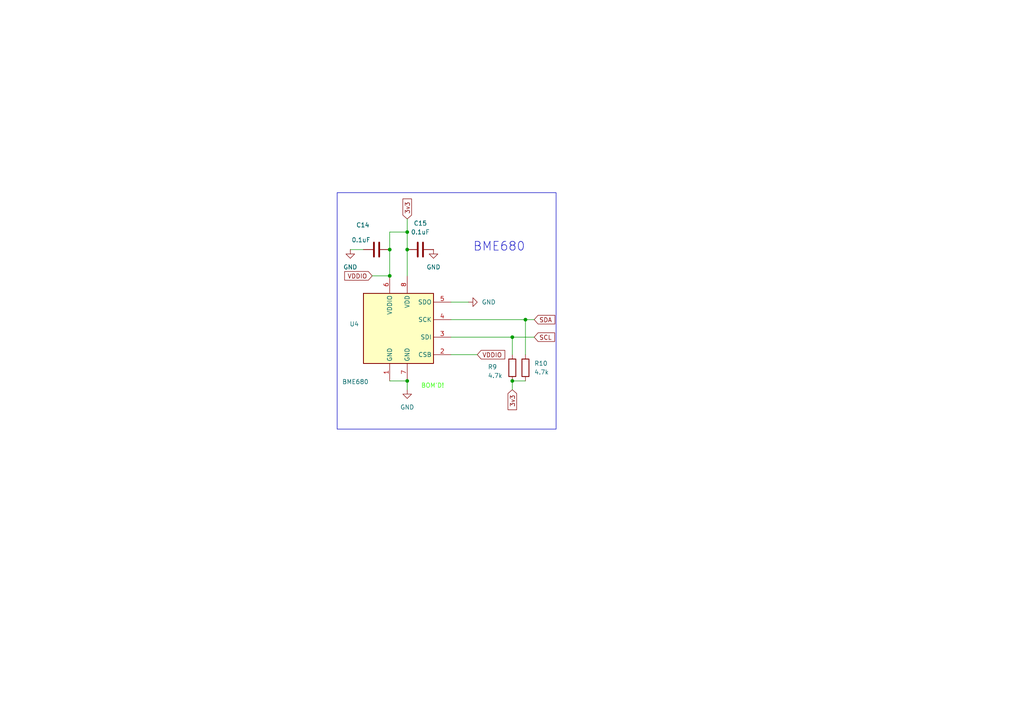
<source format=kicad_sch>
(kicad_sch
	(version 20231120)
	(generator "eeschema")
	(generator_version "8.0")
	(uuid "6daf3e04-91c9-4f03-9055-8dcda6323705")
	(paper "A4")
	(lib_symbols
		(symbol "Device:C"
			(pin_numbers hide)
			(pin_names
				(offset 0.254)
			)
			(exclude_from_sim no)
			(in_bom yes)
			(on_board yes)
			(property "Reference" "C"
				(at 0.635 2.54 0)
				(effects
					(font
						(size 1.27 1.27)
					)
					(justify left)
				)
			)
			(property "Value" "C"
				(at 0.635 -2.54 0)
				(effects
					(font
						(size 1.27 1.27)
					)
					(justify left)
				)
			)
			(property "Footprint" ""
				(at 0.9652 -3.81 0)
				(effects
					(font
						(size 1.27 1.27)
					)
					(hide yes)
				)
			)
			(property "Datasheet" "~"
				(at 0 0 0)
				(effects
					(font
						(size 1.27 1.27)
					)
					(hide yes)
				)
			)
			(property "Description" "Unpolarized capacitor"
				(at 0 0 0)
				(effects
					(font
						(size 1.27 1.27)
					)
					(hide yes)
				)
			)
			(property "ki_keywords" "cap capacitor"
				(at 0 0 0)
				(effects
					(font
						(size 1.27 1.27)
					)
					(hide yes)
				)
			)
			(property "ki_fp_filters" "C_*"
				(at 0 0 0)
				(effects
					(font
						(size 1.27 1.27)
					)
					(hide yes)
				)
			)
			(symbol "C_0_1"
				(polyline
					(pts
						(xy -2.032 -0.762) (xy 2.032 -0.762)
					)
					(stroke
						(width 0.508)
						(type default)
					)
					(fill
						(type none)
					)
				)
				(polyline
					(pts
						(xy -2.032 0.762) (xy 2.032 0.762)
					)
					(stroke
						(width 0.508)
						(type default)
					)
					(fill
						(type none)
					)
				)
			)
			(symbol "C_1_1"
				(pin passive line
					(at 0 3.81 270)
					(length 2.794)
					(name "~"
						(effects
							(font
								(size 1.27 1.27)
							)
						)
					)
					(number "1"
						(effects
							(font
								(size 1.27 1.27)
							)
						)
					)
				)
				(pin passive line
					(at 0 -3.81 90)
					(length 2.794)
					(name "~"
						(effects
							(font
								(size 1.27 1.27)
							)
						)
					)
					(number "2"
						(effects
							(font
								(size 1.27 1.27)
							)
						)
					)
				)
			)
		)
		(symbol "Device:R"
			(pin_numbers hide)
			(pin_names
				(offset 0)
			)
			(exclude_from_sim no)
			(in_bom yes)
			(on_board yes)
			(property "Reference" "R"
				(at 2.032 0 90)
				(effects
					(font
						(size 1.27 1.27)
					)
				)
			)
			(property "Value" "R"
				(at 0 0 90)
				(effects
					(font
						(size 1.27 1.27)
					)
				)
			)
			(property "Footprint" ""
				(at -1.778 0 90)
				(effects
					(font
						(size 1.27 1.27)
					)
					(hide yes)
				)
			)
			(property "Datasheet" "~"
				(at 0 0 0)
				(effects
					(font
						(size 1.27 1.27)
					)
					(hide yes)
				)
			)
			(property "Description" "Resistor"
				(at 0 0 0)
				(effects
					(font
						(size 1.27 1.27)
					)
					(hide yes)
				)
			)
			(property "ki_keywords" "R res resistor"
				(at 0 0 0)
				(effects
					(font
						(size 1.27 1.27)
					)
					(hide yes)
				)
			)
			(property "ki_fp_filters" "R_*"
				(at 0 0 0)
				(effects
					(font
						(size 1.27 1.27)
					)
					(hide yes)
				)
			)
			(symbol "R_0_1"
				(rectangle
					(start -1.016 -2.54)
					(end 1.016 2.54)
					(stroke
						(width 0.254)
						(type default)
					)
					(fill
						(type none)
					)
				)
			)
			(symbol "R_1_1"
				(pin passive line
					(at 0 3.81 270)
					(length 1.27)
					(name "~"
						(effects
							(font
								(size 1.27 1.27)
							)
						)
					)
					(number "1"
						(effects
							(font
								(size 1.27 1.27)
							)
						)
					)
				)
				(pin passive line
					(at 0 -3.81 90)
					(length 1.27)
					(name "~"
						(effects
							(font
								(size 1.27 1.27)
							)
						)
					)
					(number "2"
						(effects
							(font
								(size 1.27 1.27)
							)
						)
					)
				)
			)
		)
		(symbol "Sensor:BME680"
			(exclude_from_sim no)
			(in_bom yes)
			(on_board yes)
			(property "Reference" "U"
				(at -8.89 11.43 0)
				(effects
					(font
						(size 1.27 1.27)
					)
				)
			)
			(property "Value" "BME680"
				(at 7.62 11.43 0)
				(effects
					(font
						(size 1.27 1.27)
					)
				)
			)
			(property "Footprint" "Package_LGA:Bosch_LGA-8_3x3mm_P0.8mm_ClockwisePinNumbering"
				(at 36.83 -11.43 0)
				(effects
					(font
						(size 1.27 1.27)
					)
					(hide yes)
				)
			)
			(property "Datasheet" "https://ae-bst.resource.bosch.com/media/_tech/media/datasheets/BST-BME680-DS001.pdf"
				(at 0 -5.08 0)
				(effects
					(font
						(size 1.27 1.27)
					)
					(hide yes)
				)
			)
			(property "Description" "4-in-1 sensor, gas, humidity, pressure, temperature, I2C and SPI interface, 1.71-3.6V, LGA-8"
				(at 0 0 0)
				(effects
					(font
						(size 1.27 1.27)
					)
					(hide yes)
				)
			)
			(property "ki_keywords" "Bosch gas pressure humidity temperature environment environmental measurement digital"
				(at 0 0 0)
				(effects
					(font
						(size 1.27 1.27)
					)
					(hide yes)
				)
			)
			(property "ki_fp_filters" "*LGA*3x3mm*P0.8mm*Clockwise*"
				(at 0 0 0)
				(effects
					(font
						(size 1.27 1.27)
					)
					(hide yes)
				)
			)
			(symbol "BME680_0_1"
				(rectangle
					(start -10.16 10.16)
					(end 10.16 -10.16)
					(stroke
						(width 0.254)
						(type default)
					)
					(fill
						(type background)
					)
				)
			)
			(symbol "BME680_1_1"
				(pin power_in line
					(at -2.54 -15.24 90)
					(length 5.08)
					(name "GND"
						(effects
							(font
								(size 1.27 1.27)
							)
						)
					)
					(number "1"
						(effects
							(font
								(size 1.27 1.27)
							)
						)
					)
				)
				(pin input line
					(at 15.24 -7.62 180)
					(length 5.08)
					(name "CSB"
						(effects
							(font
								(size 1.27 1.27)
							)
						)
					)
					(number "2"
						(effects
							(font
								(size 1.27 1.27)
							)
						)
					)
				)
				(pin bidirectional line
					(at 15.24 -2.54 180)
					(length 5.08)
					(name "SDI"
						(effects
							(font
								(size 1.27 1.27)
							)
						)
					)
					(number "3"
						(effects
							(font
								(size 1.27 1.27)
							)
						)
					)
				)
				(pin input line
					(at 15.24 2.54 180)
					(length 5.08)
					(name "SCK"
						(effects
							(font
								(size 1.27 1.27)
							)
						)
					)
					(number "4"
						(effects
							(font
								(size 1.27 1.27)
							)
						)
					)
				)
				(pin bidirectional line
					(at 15.24 7.62 180)
					(length 5.08)
					(name "SDO"
						(effects
							(font
								(size 1.27 1.27)
							)
						)
					)
					(number "5"
						(effects
							(font
								(size 1.27 1.27)
							)
						)
					)
				)
				(pin power_in line
					(at -2.54 15.24 270)
					(length 5.08)
					(name "VDDIO"
						(effects
							(font
								(size 1.27 1.27)
							)
						)
					)
					(number "6"
						(effects
							(font
								(size 1.27 1.27)
							)
						)
					)
				)
				(pin power_in line
					(at 2.54 -15.24 90)
					(length 5.08)
					(name "GND"
						(effects
							(font
								(size 1.27 1.27)
							)
						)
					)
					(number "7"
						(effects
							(font
								(size 1.27 1.27)
							)
						)
					)
				)
				(pin power_in line
					(at 2.54 15.24 270)
					(length 5.08)
					(name "VDD"
						(effects
							(font
								(size 1.27 1.27)
							)
						)
					)
					(number "8"
						(effects
							(font
								(size 1.27 1.27)
							)
						)
					)
				)
			)
		)
		(symbol "power:GND"
			(power)
			(pin_numbers hide)
			(pin_names
				(offset 0) hide)
			(exclude_from_sim no)
			(in_bom yes)
			(on_board yes)
			(property "Reference" "#PWR"
				(at 0 -6.35 0)
				(effects
					(font
						(size 1.27 1.27)
					)
					(hide yes)
				)
			)
			(property "Value" "GND"
				(at 0 -3.81 0)
				(effects
					(font
						(size 1.27 1.27)
					)
				)
			)
			(property "Footprint" ""
				(at 0 0 0)
				(effects
					(font
						(size 1.27 1.27)
					)
					(hide yes)
				)
			)
			(property "Datasheet" ""
				(at 0 0 0)
				(effects
					(font
						(size 1.27 1.27)
					)
					(hide yes)
				)
			)
			(property "Description" "Power symbol creates a global label with name \"GND\" , ground"
				(at 0 0 0)
				(effects
					(font
						(size 1.27 1.27)
					)
					(hide yes)
				)
			)
			(property "ki_keywords" "global power"
				(at 0 0 0)
				(effects
					(font
						(size 1.27 1.27)
					)
					(hide yes)
				)
			)
			(symbol "GND_0_1"
				(polyline
					(pts
						(xy 0 0) (xy 0 -1.27) (xy 1.27 -1.27) (xy 0 -2.54) (xy -1.27 -1.27) (xy 0 -1.27)
					)
					(stroke
						(width 0)
						(type default)
					)
					(fill
						(type none)
					)
				)
			)
			(symbol "GND_1_1"
				(pin power_in line
					(at 0 0 270)
					(length 0)
					(name "~"
						(effects
							(font
								(size 1.27 1.27)
							)
						)
					)
					(number "1"
						(effects
							(font
								(size 1.27 1.27)
							)
						)
					)
				)
			)
		)
	)
	(junction
		(at 152.4 92.71)
		(diameter 0)
		(color 0 0 0 0)
		(uuid "0ad3787c-ec8c-4e6a-a837-430b51699e40")
	)
	(junction
		(at 148.59 110.49)
		(diameter 0)
		(color 0 0 0 0)
		(uuid "4a7bd9a2-8778-446d-893e-83f72f53c55e")
	)
	(junction
		(at 118.11 67.31)
		(diameter 0)
		(color 0 0 0 0)
		(uuid "6f7041fb-88a9-421d-a6a4-3cd0b056038a")
	)
	(junction
		(at 148.59 97.79)
		(diameter 0)
		(color 0 0 0 0)
		(uuid "a91757b4-ef4f-481f-9bad-0716f9146b68")
	)
	(junction
		(at 113.03 80.01)
		(diameter 0)
		(color 0 0 0 0)
		(uuid "b99f2474-7384-4e90-90af-f3493ac61121")
	)
	(junction
		(at 113.03 72.39)
		(diameter 0)
		(color 0 0 0 0)
		(uuid "c51c27c5-3631-49b7-9d08-f4b0b1723f61")
	)
	(junction
		(at 118.11 110.49)
		(diameter 0)
		(color 0 0 0 0)
		(uuid "c5836aee-d42b-4188-95c0-389b2b9c63e6")
	)
	(junction
		(at 118.11 72.39)
		(diameter 0)
		(color 0 0 0 0)
		(uuid "dcfb0cf1-7ecb-44b5-9193-ab3724db670d")
	)
	(wire
		(pts
			(xy 118.11 63.5) (xy 118.11 67.31)
		)
		(stroke
			(width 0)
			(type default)
		)
		(uuid "1aee4761-941e-4aee-89fd-03704ea00567")
	)
	(wire
		(pts
			(xy 148.59 110.49) (xy 148.59 113.03)
		)
		(stroke
			(width 0)
			(type default)
		)
		(uuid "2583209d-929b-4c91-becf-8a6f7ff83586")
	)
	(wire
		(pts
			(xy 148.59 110.49) (xy 152.4 110.49)
		)
		(stroke
			(width 0)
			(type default)
		)
		(uuid "2e85b7c4-f8e7-4a71-b62f-1c56d2b3d5ce")
	)
	(wire
		(pts
			(xy 148.59 97.79) (xy 148.59 102.87)
		)
		(stroke
			(width 0)
			(type default)
		)
		(uuid "3b9fe23b-3e78-44ba-acfa-d8f9027b6432")
	)
	(wire
		(pts
			(xy 113.03 67.31) (xy 113.03 72.39)
		)
		(stroke
			(width 0)
			(type default)
		)
		(uuid "3ce44485-18bf-4a99-a61d-0946631b63dd")
	)
	(wire
		(pts
			(xy 130.81 97.79) (xy 148.59 97.79)
		)
		(stroke
			(width 0)
			(type default)
		)
		(uuid "45bf68d0-33c0-4dca-9117-fc099ab8c8d6")
	)
	(wire
		(pts
			(xy 152.4 92.71) (xy 154.94 92.71)
		)
		(stroke
			(width 0)
			(type default)
		)
		(uuid "56136cfd-f53a-4126-8a8a-58f03a6e0ae9")
	)
	(wire
		(pts
			(xy 113.03 110.49) (xy 118.11 110.49)
		)
		(stroke
			(width 0)
			(type default)
		)
		(uuid "665792cf-ff9c-45e1-a042-4b33a8370b54")
	)
	(wire
		(pts
			(xy 152.4 92.71) (xy 152.4 102.87)
		)
		(stroke
			(width 0)
			(type default)
		)
		(uuid "7ae96527-8e63-4e7d-a653-bd0fdf676c20")
	)
	(wire
		(pts
			(xy 130.81 92.71) (xy 152.4 92.71)
		)
		(stroke
			(width 0)
			(type default)
		)
		(uuid "7d1612ee-3dab-4f05-b8fc-3fb3a59261ea")
	)
	(wire
		(pts
			(xy 107.95 80.01) (xy 113.03 80.01)
		)
		(stroke
			(width 0)
			(type default)
		)
		(uuid "7fd0d62c-0a6a-441b-b063-df37aa3000ee")
	)
	(wire
		(pts
			(xy 118.11 72.39) (xy 118.11 80.01)
		)
		(stroke
			(width 0)
			(type default)
		)
		(uuid "a99c8f7c-9daa-4aa0-b072-ac1d39eeb1c5")
	)
	(wire
		(pts
			(xy 130.81 87.63) (xy 135.89 87.63)
		)
		(stroke
			(width 0)
			(type default)
		)
		(uuid "b5af7714-d5b1-4f04-a338-e1553ae59348")
	)
	(wire
		(pts
			(xy 148.59 97.79) (xy 154.94 97.79)
		)
		(stroke
			(width 0)
			(type default)
		)
		(uuid "b855756f-c5d8-49ff-aa7e-4d378dd393be")
	)
	(wire
		(pts
			(xy 101.6 72.39) (xy 105.41 72.39)
		)
		(stroke
			(width 0)
			(type default)
		)
		(uuid "bbdadd73-0454-4ef2-b644-36120110a377")
	)
	(wire
		(pts
			(xy 113.03 67.31) (xy 118.11 67.31)
		)
		(stroke
			(width 0)
			(type default)
		)
		(uuid "dd73b399-3b73-4598-883c-e686436567a2")
	)
	(wire
		(pts
			(xy 130.81 102.87) (xy 138.43 102.87)
		)
		(stroke
			(width 0)
			(type default)
		)
		(uuid "e7a5041f-7ae2-428c-8017-3e24a0236c2b")
	)
	(wire
		(pts
			(xy 118.11 110.49) (xy 118.11 113.03)
		)
		(stroke
			(width 0)
			(type default)
		)
		(uuid "ed992de4-80d8-45a5-aa0b-64f49e7e25e4")
	)
	(wire
		(pts
			(xy 113.03 72.39) (xy 113.03 80.01)
		)
		(stroke
			(width 0)
			(type default)
		)
		(uuid "f3298939-0624-45f5-bc85-cdb40aaa2678")
	)
	(wire
		(pts
			(xy 118.11 67.31) (xy 118.11 72.39)
		)
		(stroke
			(width 0)
			(type default)
		)
		(uuid "f8d7a3e5-ce03-4fcd-9ea3-8d5121c7b83e")
	)
	(rectangle
		(start 97.79 55.88)
		(end 161.29 124.46)
		(stroke
			(width 0)
			(type default)
		)
		(fill
			(type none)
		)
		(uuid 34c7de30-0ccf-4937-b09f-cbd58855e0e3)
	)
	(text "BOM'D!"
		(exclude_from_sim no)
		(at 125.476 112.014 0)
		(effects
			(font
				(size 1.27 1.27)
				(color 54 255 15 1)
			)
		)
		(uuid "95af4468-c0a2-4456-8110-c48ff66a249a")
	)
	(text "BME680"
		(exclude_from_sim no)
		(at 144.78 71.628 0)
		(effects
			(font
				(size 2.54 2.54)
			)
		)
		(uuid "eacb07f7-90a3-4521-b707-f13d0153020b")
	)
	(global_label "VDDIO"
		(shape input)
		(at 107.95 80.01 180)
		(fields_autoplaced yes)
		(effects
			(font
				(size 1.27 1.27)
			)
			(justify right)
		)
		(uuid "26dd3d23-18f6-4aec-ba6e-fb1c1f99459d")
		(property "Intersheetrefs" "${INTERSHEET_REFS}"
			(at 99.4009 80.01 0)
			(effects
				(font
					(size 1.27 1.27)
				)
				(justify right)
				(hide yes)
			)
		)
	)
	(global_label "VDDIO"
		(shape input)
		(at 138.43 102.87 0)
		(fields_autoplaced yes)
		(effects
			(font
				(size 1.27 1.27)
			)
			(justify left)
		)
		(uuid "5ae7300f-574a-4a69-b8fd-f35d8d728be3")
		(property "Intersheetrefs" "${INTERSHEET_REFS}"
			(at 146.9791 102.87 0)
			(effects
				(font
					(size 1.27 1.27)
				)
				(justify left)
				(hide yes)
			)
		)
	)
	(global_label "SDA"
		(shape input)
		(at 154.94 92.71 0)
		(fields_autoplaced yes)
		(effects
			(font
				(size 1.27 1.27)
			)
			(justify left)
		)
		(uuid "cdc57feb-44a9-4a06-b662-6e14ef0fb4ef")
		(property "Intersheetrefs" "${INTERSHEET_REFS}"
			(at 161.4933 92.71 0)
			(effects
				(font
					(size 1.27 1.27)
				)
				(justify left)
				(hide yes)
			)
		)
	)
	(global_label "SCL"
		(shape input)
		(at 154.94 97.79 0)
		(fields_autoplaced yes)
		(effects
			(font
				(size 1.27 1.27)
			)
			(justify left)
		)
		(uuid "e90d7790-c618-49bb-b284-e9ee332c649c")
		(property "Intersheetrefs" "${INTERSHEET_REFS}"
			(at 161.4328 97.79 0)
			(effects
				(font
					(size 1.27 1.27)
				)
				(justify left)
				(hide yes)
			)
		)
	)
	(global_label "3v3"
		(shape input)
		(at 148.59 113.03 270)
		(fields_autoplaced yes)
		(effects
			(font
				(size 1.27 1.27)
			)
			(justify right)
		)
		(uuid "f8d4aefd-19a8-4d24-8224-59bbcf943f0c")
		(property "Intersheetrefs" "${INTERSHEET_REFS}"
			(at 148.59 119.4018 90)
			(effects
				(font
					(size 1.27 1.27)
				)
				(justify right)
				(hide yes)
			)
		)
	)
	(global_label "3v3"
		(shape input)
		(at 118.11 63.5 90)
		(fields_autoplaced yes)
		(effects
			(font
				(size 1.27 1.27)
			)
			(justify left)
		)
		(uuid "fc5446fe-d9ea-4e2d-a3e7-60b424d1648d")
		(property "Intersheetrefs" "${INTERSHEET_REFS}"
			(at 118.11 57.1282 90)
			(effects
				(font
					(size 1.27 1.27)
				)
				(justify left)
				(hide yes)
			)
		)
	)
	(symbol
		(lib_id "power:GND")
		(at 125.73 72.39 0)
		(unit 1)
		(exclude_from_sim no)
		(in_bom yes)
		(on_board yes)
		(dnp no)
		(fields_autoplaced yes)
		(uuid "00d92907-f50a-49d5-a884-614f72244167")
		(property "Reference" "#PWR022"
			(at 125.73 78.74 0)
			(effects
				(font
					(size 1.27 1.27)
				)
				(hide yes)
			)
		)
		(property "Value" "GND"
			(at 125.73 77.47 0)
			(effects
				(font
					(size 1.27 1.27)
				)
			)
		)
		(property "Footprint" ""
			(at 125.73 72.39 0)
			(effects
				(font
					(size 1.27 1.27)
				)
				(hide yes)
			)
		)
		(property "Datasheet" ""
			(at 125.73 72.39 0)
			(effects
				(font
					(size 1.27 1.27)
				)
				(hide yes)
			)
		)
		(property "Description" "Power symbol creates a global label with name \"GND\" , ground"
			(at 125.73 72.39 0)
			(effects
				(font
					(size 1.27 1.27)
				)
				(hide yes)
			)
		)
		(pin "1"
			(uuid "e2df2286-0ceb-4b96-90ce-f063074686c4")
		)
		(instances
			(project "FiresmartMax"
				(path "/ddaa7e5d-cc0c-453f-95ff-12a3a1db2261/99a5dcba-6269-4bb4-a4be-aabc0582cce4"
					(reference "#PWR022")
					(unit 1)
				)
			)
		)
	)
	(symbol
		(lib_id "Sensor:BME680")
		(at 115.57 95.25 0)
		(unit 1)
		(exclude_from_sim no)
		(in_bom yes)
		(on_board yes)
		(dnp no)
		(uuid "11021312-1f7b-42dd-9d90-d48b11e5c5db")
		(property "Reference" "U4"
			(at 104.14 93.9799 0)
			(effects
				(font
					(size 1.27 1.27)
				)
				(justify right)
			)
		)
		(property "Value" "BME680"
			(at 106.934 110.744 0)
			(effects
				(font
					(size 1.27 1.27)
				)
				(justify right)
			)
		)
		(property "Footprint" "Package_LGA:Bosch_LGA-8_3x3mm_P0.8mm_ClockwisePinNumbering"
			(at 152.4 106.68 0)
			(effects
				(font
					(size 1.27 1.27)
				)
				(hide yes)
			)
		)
		(property "Datasheet" "https://ae-bst.resource.bosch.com/media/_tech/media/datasheets/BST-BME680-DS001.pdf"
			(at 115.57 100.33 0)
			(effects
				(font
					(size 1.27 1.27)
				)
				(hide yes)
			)
		)
		(property "Description" "4-in-1 sensor, gas, humidity, pressure, temperature, I2C and SPI interface, 1.71-3.6V, LGA-8"
			(at 115.57 95.25 0)
			(effects
				(font
					(size 1.27 1.27)
				)
				(hide yes)
			)
		)
		(pin "6"
			(uuid "b2f5539f-584d-4b22-8536-7c8a474a7383")
		)
		(pin "8"
			(uuid "3376876f-7294-4c26-8dea-7d015e464d4a")
		)
		(pin "2"
			(uuid "15eda65c-a510-4057-a116-ab7cbd16977e")
		)
		(pin "1"
			(uuid "20d83948-3311-47cc-9900-e0ad7eb3b522")
		)
		(pin "5"
			(uuid "a91db525-d7ae-44f4-aa80-2bbbb494cb2e")
		)
		(pin "7"
			(uuid "55ad851e-f07f-4dc0-90e7-999ac034c6e4")
		)
		(pin "4"
			(uuid "1ab647de-296e-4c29-9bf1-ac7691ba2529")
		)
		(pin "3"
			(uuid "cba6a83a-e432-493c-bdb7-8527c6844366")
		)
		(instances
			(project "FiresmartMax"
				(path "/ddaa7e5d-cc0c-453f-95ff-12a3a1db2261/99a5dcba-6269-4bb4-a4be-aabc0582cce4"
					(reference "U4")
					(unit 1)
				)
			)
		)
	)
	(symbol
		(lib_id "Device:R")
		(at 152.4 106.68 0)
		(unit 1)
		(exclude_from_sim no)
		(in_bom yes)
		(on_board yes)
		(dnp no)
		(fields_autoplaced yes)
		(uuid "1fe6a2b5-fc36-4e26-9992-cf3c63f92389")
		(property "Reference" "R10"
			(at 154.94 105.4099 0)
			(effects
				(font
					(size 1.27 1.27)
				)
				(justify left)
			)
		)
		(property "Value" "4.7k"
			(at 154.94 107.9499 0)
			(effects
				(font
					(size 1.27 1.27)
				)
				(justify left)
			)
		)
		(property "Footprint" "Resistor_SMD:R_0201_0603Metric"
			(at 150.622 106.68 90)
			(effects
				(font
					(size 1.27 1.27)
				)
				(hide yes)
			)
		)
		(property "Datasheet" "~"
			(at 152.4 106.68 0)
			(effects
				(font
					(size 1.27 1.27)
				)
				(hide yes)
			)
		)
		(property "Description" "Resistor"
			(at 152.4 106.68 0)
			(effects
				(font
					(size 1.27 1.27)
				)
				(hide yes)
			)
		)
		(pin "2"
			(uuid "56e4c04c-84ef-4755-b0c2-cd37c4589c6c")
		)
		(pin "1"
			(uuid "c58b28a1-a310-4cf2-b9e6-82075c800339")
		)
		(instances
			(project "FiresmartMax"
				(path "/ddaa7e5d-cc0c-453f-95ff-12a3a1db2261/99a5dcba-6269-4bb4-a4be-aabc0582cce4"
					(reference "R10")
					(unit 1)
				)
			)
		)
	)
	(symbol
		(lib_id "power:GND")
		(at 135.89 87.63 90)
		(unit 1)
		(exclude_from_sim no)
		(in_bom yes)
		(on_board yes)
		(dnp no)
		(fields_autoplaced yes)
		(uuid "219db5c9-e58a-42d8-ab7d-0d54a81ef043")
		(property "Reference" "#PWR023"
			(at 142.24 87.63 0)
			(effects
				(font
					(size 1.27 1.27)
				)
				(hide yes)
			)
		)
		(property "Value" "GND"
			(at 139.7 87.6299 90)
			(effects
				(font
					(size 1.27 1.27)
				)
				(justify right)
			)
		)
		(property "Footprint" ""
			(at 135.89 87.63 0)
			(effects
				(font
					(size 1.27 1.27)
				)
				(hide yes)
			)
		)
		(property "Datasheet" ""
			(at 135.89 87.63 0)
			(effects
				(font
					(size 1.27 1.27)
				)
				(hide yes)
			)
		)
		(property "Description" "Power symbol creates a global label with name \"GND\" , ground"
			(at 135.89 87.63 0)
			(effects
				(font
					(size 1.27 1.27)
				)
				(hide yes)
			)
		)
		(pin "1"
			(uuid "8ee9d508-2302-42a3-a23f-90e99295fa80")
		)
		(instances
			(project "FiresmartMax"
				(path "/ddaa7e5d-cc0c-453f-95ff-12a3a1db2261/99a5dcba-6269-4bb4-a4be-aabc0582cce4"
					(reference "#PWR023")
					(unit 1)
				)
			)
		)
	)
	(symbol
		(lib_id "power:GND")
		(at 118.11 113.03 0)
		(unit 1)
		(exclude_from_sim no)
		(in_bom yes)
		(on_board yes)
		(dnp no)
		(fields_autoplaced yes)
		(uuid "4f60cf5d-2231-48db-a8df-ed89d19620de")
		(property "Reference" "#PWR021"
			(at 118.11 119.38 0)
			(effects
				(font
					(size 1.27 1.27)
				)
				(hide yes)
			)
		)
		(property "Value" "GND"
			(at 118.11 118.11 0)
			(effects
				(font
					(size 1.27 1.27)
				)
			)
		)
		(property "Footprint" ""
			(at 118.11 113.03 0)
			(effects
				(font
					(size 1.27 1.27)
				)
				(hide yes)
			)
		)
		(property "Datasheet" ""
			(at 118.11 113.03 0)
			(effects
				(font
					(size 1.27 1.27)
				)
				(hide yes)
			)
		)
		(property "Description" "Power symbol creates a global label with name \"GND\" , ground"
			(at 118.11 113.03 0)
			(effects
				(font
					(size 1.27 1.27)
				)
				(hide yes)
			)
		)
		(pin "1"
			(uuid "4644a68d-ea4b-4fda-9d56-edd845dce242")
		)
		(instances
			(project "FiresmartMax"
				(path "/ddaa7e5d-cc0c-453f-95ff-12a3a1db2261/99a5dcba-6269-4bb4-a4be-aabc0582cce4"
					(reference "#PWR021")
					(unit 1)
				)
			)
		)
	)
	(symbol
		(lib_id "Device:C")
		(at 121.92 72.39 90)
		(unit 1)
		(exclude_from_sim no)
		(in_bom yes)
		(on_board yes)
		(dnp no)
		(fields_autoplaced yes)
		(uuid "7fd77ab7-7568-4aa3-ad7c-7fcb2dc1f6b4")
		(property "Reference" "C15"
			(at 121.92 64.77 90)
			(effects
				(font
					(size 1.27 1.27)
				)
			)
		)
		(property "Value" "0.1uF"
			(at 121.92 67.31 90)
			(effects
				(font
					(size 1.27 1.27)
				)
			)
		)
		(property "Footprint" "Capacitor_SMD:C_0201_0603Metric"
			(at 125.73 71.4248 0)
			(effects
				(font
					(size 1.27 1.27)
				)
				(hide yes)
			)
		)
		(property "Datasheet" "~"
			(at 121.92 72.39 0)
			(effects
				(font
					(size 1.27 1.27)
				)
				(hide yes)
			)
		)
		(property "Description" "Unpolarized capacitor"
			(at 121.92 72.39 0)
			(effects
				(font
					(size 1.27 1.27)
				)
				(hide yes)
			)
		)
		(pin "2"
			(uuid "a1d9fcc7-fbe6-4b16-a69f-d74fb1a27cb8")
		)
		(pin "1"
			(uuid "8a0487f6-b05a-4a71-8dff-1a7f3cfc1657")
		)
		(instances
			(project "FiresmartMax"
				(path "/ddaa7e5d-cc0c-453f-95ff-12a3a1db2261/99a5dcba-6269-4bb4-a4be-aabc0582cce4"
					(reference "C15")
					(unit 1)
				)
			)
		)
	)
	(symbol
		(lib_id "Device:C")
		(at 109.22 72.39 90)
		(unit 1)
		(exclude_from_sim no)
		(in_bom yes)
		(on_board yes)
		(dnp no)
		(uuid "8a1e9dc8-344b-4c4b-b9d4-8b9c415e6c5a")
		(property "Reference" "C14"
			(at 107.188 65.278 90)
			(effects
				(font
					(size 1.27 1.27)
				)
				(justify left)
			)
		)
		(property "Value" "0.1uF"
			(at 107.442 69.596 90)
			(effects
				(font
					(size 1.27 1.27)
				)
				(justify left)
			)
		)
		(property "Footprint" "Capacitor_SMD:C_0201_0603Metric"
			(at 113.03 71.4248 0)
			(effects
				(font
					(size 1.27 1.27)
				)
				(hide yes)
			)
		)
		(property "Datasheet" "~"
			(at 109.22 72.39 0)
			(effects
				(font
					(size 1.27 1.27)
				)
				(hide yes)
			)
		)
		(property "Description" "Unpolarized capacitor"
			(at 109.22 72.39 0)
			(effects
				(font
					(size 1.27 1.27)
				)
				(hide yes)
			)
		)
		(pin "2"
			(uuid "a2cddab3-c42f-4872-b6fd-becc4c219777")
		)
		(pin "1"
			(uuid "1db6d45b-324d-4d62-8e2f-ebd49e76d40c")
		)
		(instances
			(project "FiresmartMax"
				(path "/ddaa7e5d-cc0c-453f-95ff-12a3a1db2261/99a5dcba-6269-4bb4-a4be-aabc0582cce4"
					(reference "C14")
					(unit 1)
				)
			)
		)
	)
	(symbol
		(lib_id "power:GND")
		(at 101.6 72.39 0)
		(unit 1)
		(exclude_from_sim no)
		(in_bom yes)
		(on_board yes)
		(dnp no)
		(fields_autoplaced yes)
		(uuid "df7bc557-87c0-42f2-bb6f-44c3072a8b39")
		(property "Reference" "#PWR020"
			(at 101.6 78.74 0)
			(effects
				(font
					(size 1.27 1.27)
				)
				(hide yes)
			)
		)
		(property "Value" "GND"
			(at 101.6 77.47 0)
			(effects
				(font
					(size 1.27 1.27)
				)
			)
		)
		(property "Footprint" ""
			(at 101.6 72.39 0)
			(effects
				(font
					(size 1.27 1.27)
				)
				(hide yes)
			)
		)
		(property "Datasheet" ""
			(at 101.6 72.39 0)
			(effects
				(font
					(size 1.27 1.27)
				)
				(hide yes)
			)
		)
		(property "Description" "Power symbol creates a global label with name \"GND\" , ground"
			(at 101.6 72.39 0)
			(effects
				(font
					(size 1.27 1.27)
				)
				(hide yes)
			)
		)
		(pin "1"
			(uuid "1a1c36ec-9fb4-43af-9556-c6cc4586a23c")
		)
		(instances
			(project "FiresmartMax"
				(path "/ddaa7e5d-cc0c-453f-95ff-12a3a1db2261/99a5dcba-6269-4bb4-a4be-aabc0582cce4"
					(reference "#PWR020")
					(unit 1)
				)
			)
		)
	)
	(symbol
		(lib_id "Device:R")
		(at 148.59 106.68 0)
		(unit 1)
		(exclude_from_sim no)
		(in_bom yes)
		(on_board yes)
		(dnp no)
		(uuid "e7e981b5-cd1f-45fb-941d-bac6c5baf56a")
		(property "Reference" "R9"
			(at 141.478 106.426 0)
			(effects
				(font
					(size 1.27 1.27)
				)
				(justify left)
			)
		)
		(property "Value" "4.7k"
			(at 141.478 108.966 0)
			(effects
				(font
					(size 1.27 1.27)
				)
				(justify left)
			)
		)
		(property "Footprint" "Resistor_SMD:R_0201_0603Metric"
			(at 146.812 106.68 90)
			(effects
				(font
					(size 1.27 1.27)
				)
				(hide yes)
			)
		)
		(property "Datasheet" "~"
			(at 148.59 106.68 0)
			(effects
				(font
					(size 1.27 1.27)
				)
				(hide yes)
			)
		)
		(property "Description" "Resistor"
			(at 148.59 106.68 0)
			(effects
				(font
					(size 1.27 1.27)
				)
				(hide yes)
			)
		)
		(pin "2"
			(uuid "db1fb36e-7652-47f9-a351-de25ea197d76")
		)
		(pin "1"
			(uuid "5a9fca4a-829b-4f02-890a-20d821c74f08")
		)
		(instances
			(project "FiresmartMax"
				(path "/ddaa7e5d-cc0c-453f-95ff-12a3a1db2261/99a5dcba-6269-4bb4-a4be-aabc0582cce4"
					(reference "R9")
					(unit 1)
				)
			)
		)
	)
)

</source>
